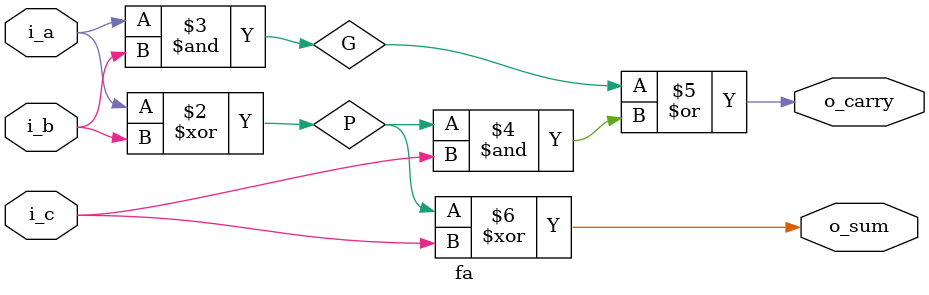
<source format=sv>
module ripple_carry_adder#(
    parameter   DATA_WD=4
)(
    input   logic   [DATA_WD-1:0]   i_a,
    input   logic   [DATA_WD-1:0]   i_b,
    input   logic                   i_c,
    output  logic   [DATA_WD:0]     o_arith_out
);

    logic   [DATA_WD:0] int_c;

    assign int_c[0] =   i_c;
    assign o_arith_out[DATA_WD] = int_c[DATA_WD];

    generate 
        for (genvar i_gen=0; i_gen<DATA_WD; i_gen++) begin: FA_STG
            fa inst_fa(
                .i_a(i_a[i_gen]),
                .i_b(i_b[i_gen]),
                .i_c(int_c[i_gen]),
                .o_sum(o_arith_out[i_gen]),
                .o_carry(int_c[i_gen+1])
            );
        end
    endgenerate

endmodule
    
module fa(
    input   logic   i_a,
    input   logic   i_b,
    input   logic   i_c,
    output  logic   o_sum,
    output  logic   o_carry 
);
    logic P,G;
    assign  P = i_a ^ i_b ;
    assign  G = i_a & i_b ;
    assign  o_carry = G | P&i_c;
    assign  o_sum   = P ^ i_c;

endmodule

</source>
